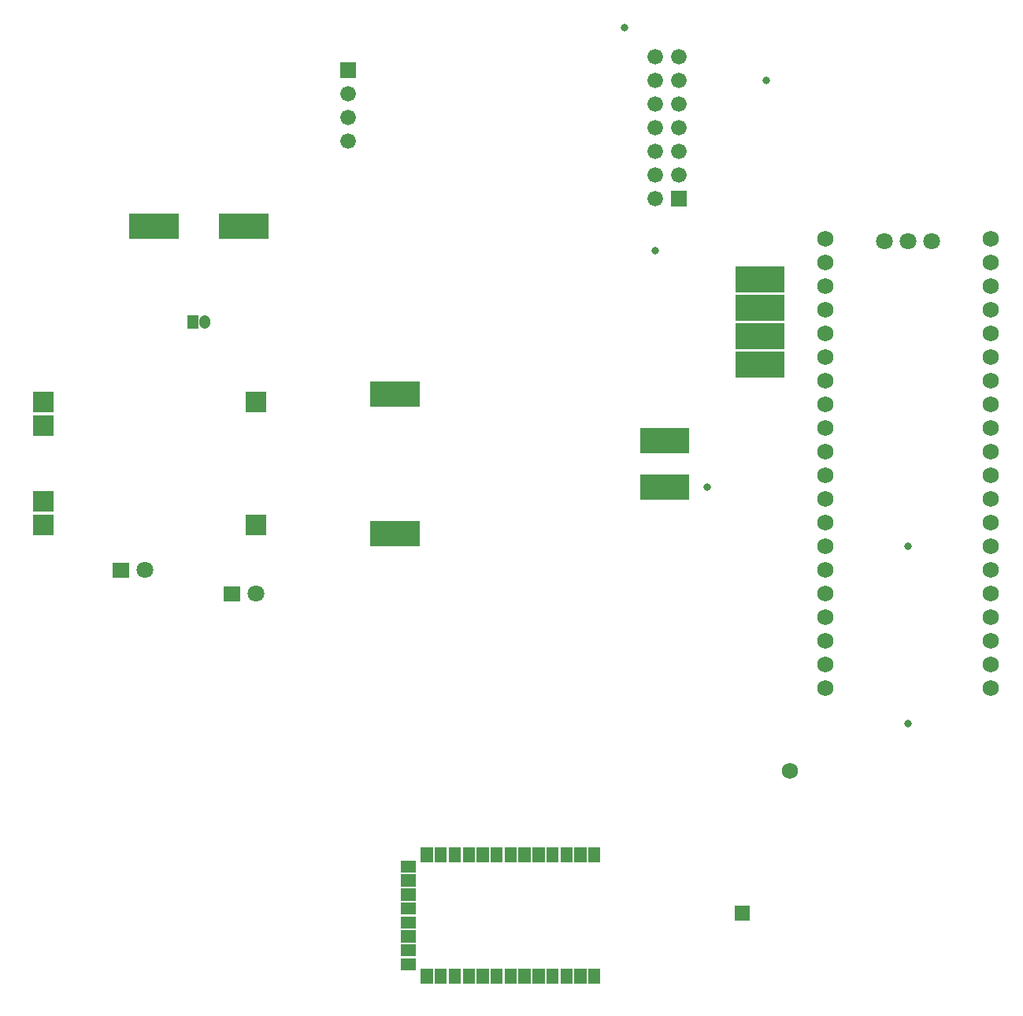
<source format=gts>
G04 Layer: TopSolderMaskLayer*
G04 EasyEDA v6.5.1, 2022-05-20 13:09:05*
G04 9a472788fb3748f5b1af1517000a09b8,10*
G04 Gerber Generator version 0.2*
G04 Scale: 100 percent, Rotated: No, Reflected: No *
G04 Dimensions in millimeters *
G04 leading zeros omitted , absolute positions ,4 integer and 5 decimal *
%FSLAX45Y45*%
%MOMM*%

%ADD32C,1.1532*%
%ADD33R,1.6764X1.6764*%
%ADD34C,1.6764*%
%ADD37C,1.8016*%
%ADD42C,1.7272*%
%ADD43C,1.8032*%
%ADD44C,0.8128*%

%LPD*%
D32*
X-3494506Y1539001D02*
G01*
X-3494506Y1508998D01*
G36*
X-2033778Y4147057D02*
G01*
X-2033778Y4314697D01*
X-1866137Y4314697D01*
X-1866137Y4147057D01*
G37*
D34*
G01*
X-1950008Y3977004D03*
G01*
X-1950008Y3723004D03*
G01*
X-1950008Y3469004D03*
G36*
X2212340Y1844039D02*
G01*
X2212340Y2118360D01*
X2740659Y2118360D01*
X2740659Y1844039D01*
G37*
G36*
X2212340Y929639D02*
G01*
X2212340Y1203960D01*
X2740659Y1203960D01*
X2740659Y929639D01*
G37*
G36*
X2212340Y1234439D02*
G01*
X2212340Y1508760D01*
X2740659Y1508760D01*
X2740659Y1234439D01*
G37*
G36*
X2212340Y1539239D02*
G01*
X2212340Y1813560D01*
X2740659Y1813560D01*
X2740659Y1539239D01*
G37*
G36*
X-1711960Y-886460D02*
G01*
X-1711960Y-612139D01*
X-1183639Y-612139D01*
X-1183639Y-886460D01*
G37*
G36*
X-1711960Y613663D02*
G01*
X-1711960Y887984D01*
X-1183639Y887984D01*
X-1183639Y613663D01*
G37*
G36*
X1188212Y-386334D02*
G01*
X1188212Y-112013D01*
X1716531Y-112013D01*
X1716531Y-386334D01*
G37*
G36*
X1188212Y113537D02*
G01*
X1188212Y387857D01*
X1716531Y387857D01*
X1716531Y113537D01*
G37*
G36*
X-3337560Y2415539D02*
G01*
X-3337560Y2689860D01*
X-2809239Y2689860D01*
X-2809239Y2415539D01*
G37*
G36*
X-4302760Y2415539D02*
G01*
X-4302760Y2689860D01*
X-3774439Y2689860D01*
X-3774439Y2415539D01*
G37*
G36*
X-3290570Y-1480820D02*
G01*
X-3290570Y-1313179D01*
X-3110229Y-1313179D01*
X-3110229Y-1480820D01*
G37*
D37*
G01*
X-2946400Y-1397000D03*
G36*
X2202179Y-4909820D02*
G01*
X2202179Y-4742179D01*
X2369820Y-4742179D01*
X2369820Y-4909820D01*
G37*
G36*
X-3056636Y-770636D02*
G01*
X-3056636Y-550163D01*
X-2836163Y-550163D01*
X-2836163Y-770636D01*
G37*
G36*
X-3056636Y550163D02*
G01*
X-3056636Y770636D01*
X-2836163Y770636D01*
X-2836163Y550163D01*
G37*
G36*
X-5342636Y-516636D02*
G01*
X-5342636Y-296163D01*
X-5122163Y-296163D01*
X-5122163Y-516636D01*
G37*
G36*
X-5342636Y296163D02*
G01*
X-5342636Y516636D01*
X-5122163Y516636D01*
X-5122163Y296163D01*
G37*
G36*
X-5342636Y-770636D02*
G01*
X-5342636Y-550163D01*
X-5122163Y-550163D01*
X-5122163Y-770636D01*
G37*
G36*
X-5342636Y550163D02*
G01*
X-5342636Y770636D01*
X-5122163Y770636D01*
X-5122163Y550163D01*
G37*
D33*
G01*
X1600200Y2844800D03*
D34*
G01*
X1346200Y2844800D03*
G01*
X1600200Y3098800D03*
G01*
X1346200Y3098800D03*
G01*
X1600200Y3352800D03*
G01*
X1346200Y3352800D03*
G01*
X1600200Y3606800D03*
G01*
X1346200Y3606800D03*
G01*
X1600200Y3860800D03*
G01*
X1346200Y3860800D03*
G01*
X1600200Y4114800D03*
G01*
X1346200Y4114800D03*
G01*
X1600200Y4368800D03*
G01*
X1346200Y4368800D03*
G36*
X-3677157Y1451355D02*
G01*
X-3677157Y1596644D01*
X-3561842Y1596644D01*
X-3561842Y1451355D01*
G37*
G36*
X-4484370Y-1226820D02*
G01*
X-4484370Y-1059179D01*
X-4304029Y-1059179D01*
X-4304029Y-1226820D01*
G37*
D37*
G01*
X-4140200Y-1143000D03*
G36*
X630173Y-4281423D02*
G01*
X630173Y-4121404D01*
X760221Y-4121404D01*
X760221Y-4281423D01*
G37*
G36*
X480313Y-4281423D02*
G01*
X480313Y-4121404D01*
X610107Y-4121404D01*
X610107Y-4281423D01*
G37*
G36*
X330200Y-4281423D02*
G01*
X330200Y-4121404D01*
X460247Y-4121404D01*
X460247Y-4281423D01*
G37*
G36*
X180339Y-4281423D02*
G01*
X180339Y-4121404D01*
X310134Y-4121404D01*
X310134Y-4281423D01*
G37*
G36*
X30226Y-4281423D02*
G01*
X30226Y-4121404D01*
X160273Y-4121404D01*
X160273Y-4281423D01*
G37*
G36*
X-119887Y-4281423D02*
G01*
X-119887Y-4121404D01*
X10160Y-4121404D01*
X10160Y-4281423D01*
G37*
G36*
X-269747Y-4281423D02*
G01*
X-269747Y-4121404D01*
X-139700Y-4121404D01*
X-139700Y-4281423D01*
G37*
G36*
X-419862Y-4281423D02*
G01*
X-419862Y-4121404D01*
X-289813Y-4121404D01*
X-289813Y-4281423D01*
G37*
G36*
X-569721Y-4281423D02*
G01*
X-569721Y-4121404D01*
X-439673Y-4121404D01*
X-439673Y-4281423D01*
G37*
G36*
X-719836Y-4281423D02*
G01*
X-719836Y-4121404D01*
X-589787Y-4121404D01*
X-589787Y-4281423D01*
G37*
G36*
X-869695Y-4281423D02*
G01*
X-869695Y-4121404D01*
X-739902Y-4121404D01*
X-739902Y-4281423D01*
G37*
G36*
X-1019810Y-4281423D02*
G01*
X-1019810Y-4121404D01*
X-889762Y-4121404D01*
X-889762Y-4281423D01*
G37*
G36*
X-1169670Y-4281423D02*
G01*
X-1169670Y-4121404D01*
X-1039876Y-4121404D01*
X-1039876Y-4281423D01*
G37*
G36*
X-1384807Y-4391405D02*
G01*
X-1384807Y-4261357D01*
X-1224787Y-4261357D01*
X-1224787Y-4391405D01*
G37*
G36*
X-1384807Y-4541520D02*
G01*
X-1384807Y-4411471D01*
X-1224787Y-4411471D01*
X-1224787Y-4541520D01*
G37*
G36*
X-1384807Y-4691379D02*
G01*
X-1384807Y-4561331D01*
X-1224787Y-4561331D01*
X-1224787Y-4691379D01*
G37*
G36*
X-1384807Y-4841494D02*
G01*
X-1384807Y-4711445D01*
X-1224787Y-4711445D01*
X-1224787Y-4841494D01*
G37*
G36*
X-1384807Y-4991354D02*
G01*
X-1384807Y-4861305D01*
X-1224787Y-4861305D01*
X-1224787Y-4991354D01*
G37*
G36*
X-1384807Y-5141468D02*
G01*
X-1384807Y-5011420D01*
X-1224787Y-5011420D01*
X-1224787Y-5141468D01*
G37*
G36*
X-1384807Y-5291328D02*
G01*
X-1384807Y-5161279D01*
X-1224787Y-5161279D01*
X-1224787Y-5291328D01*
G37*
G36*
X-1384807Y-5441442D02*
G01*
X-1384807Y-5311394D01*
X-1224787Y-5311394D01*
X-1224787Y-5441442D01*
G37*
G36*
X-1169670Y-5581395D02*
G01*
X-1169670Y-5421376D01*
X-1039876Y-5421376D01*
X-1039876Y-5581395D01*
G37*
G36*
X-1019810Y-5581395D02*
G01*
X-1019810Y-5421376D01*
X-889762Y-5421376D01*
X-889762Y-5581395D01*
G37*
G36*
X-869695Y-5581395D02*
G01*
X-869695Y-5421376D01*
X-739902Y-5421376D01*
X-739902Y-5581395D01*
G37*
G36*
X-719836Y-5581395D02*
G01*
X-719836Y-5421376D01*
X-589787Y-5421376D01*
X-589787Y-5581395D01*
G37*
G36*
X-569721Y-5581395D02*
G01*
X-569721Y-5421376D01*
X-439673Y-5421376D01*
X-439673Y-5581395D01*
G37*
G36*
X-419862Y-5581395D02*
G01*
X-419862Y-5421376D01*
X-289813Y-5421376D01*
X-289813Y-5581395D01*
G37*
G36*
X-269747Y-5581395D02*
G01*
X-269747Y-5421376D01*
X-139700Y-5421376D01*
X-139700Y-5581395D01*
G37*
G36*
X-119887Y-5581395D02*
G01*
X-119887Y-5421376D01*
X10160Y-5421376D01*
X10160Y-5581395D01*
G37*
G36*
X30226Y-5581395D02*
G01*
X30226Y-5421376D01*
X160273Y-5421376D01*
X160273Y-5581395D01*
G37*
G36*
X180339Y-5581395D02*
G01*
X180339Y-5421376D01*
X310134Y-5421376D01*
X310134Y-5581395D01*
G37*
G36*
X330200Y-5581395D02*
G01*
X330200Y-5421376D01*
X460247Y-5421376D01*
X460247Y-5581395D01*
G37*
G36*
X480313Y-5581395D02*
G01*
X480313Y-5421376D01*
X610107Y-5421376D01*
X610107Y-5581395D01*
G37*
G36*
X630173Y-5581395D02*
G01*
X630173Y-5421376D01*
X760221Y-5421376D01*
X760221Y-5581395D01*
G37*
D42*
G01*
X3175000Y2413000D03*
G01*
X3175000Y2159000D03*
G01*
X3175000Y1905000D03*
G01*
X3175000Y1651000D03*
G01*
X3175000Y1397000D03*
G01*
X3175000Y1143000D03*
G01*
X3175000Y889000D03*
G01*
X3175000Y635000D03*
G01*
X3175000Y381000D03*
G01*
X3175000Y127000D03*
G01*
X3175000Y-127000D03*
G01*
X3175000Y-381000D03*
G01*
X3175000Y-635000D03*
G01*
X3175000Y-889000D03*
G01*
X3175000Y-1143000D03*
G01*
X3175000Y-1397000D03*
G01*
X3175000Y-1651000D03*
G01*
X3175000Y-1905000D03*
G01*
X3175000Y-2159000D03*
G01*
X3175000Y-2413000D03*
G01*
X4953000Y-2413000D03*
G01*
X4953000Y-2159000D03*
G01*
X4953000Y-1905000D03*
G01*
X4953000Y-1651000D03*
G01*
X4953000Y-1397000D03*
G01*
X4953000Y-1143000D03*
G01*
X4953000Y-889000D03*
G01*
X4953000Y-635000D03*
G01*
X4953000Y-381000D03*
G01*
X4953000Y-127000D03*
G01*
X4953000Y127000D03*
G01*
X4953000Y381000D03*
G01*
X4953000Y635000D03*
G01*
X4953000Y889000D03*
G01*
X4953000Y1143000D03*
G01*
X4953000Y1397000D03*
G01*
X4953000Y1651000D03*
G01*
X4953000Y1905000D03*
G01*
X4953000Y2159000D03*
G01*
X4953000Y2413000D03*
D43*
G01*
X3810000Y2387600D03*
G01*
X4064000Y2387600D03*
G01*
X4318000Y2387600D03*
D42*
G01*
X2794000Y-3302000D03*
D44*
G01*
X1905000Y-249173D03*
G01*
X1346200Y2286000D03*
G01*
X4064000Y-2794000D03*
G01*
X4064000Y-889000D03*
G01*
X1016000Y4686300D03*
G01*
X2540000Y4114800D03*
M02*

</source>
